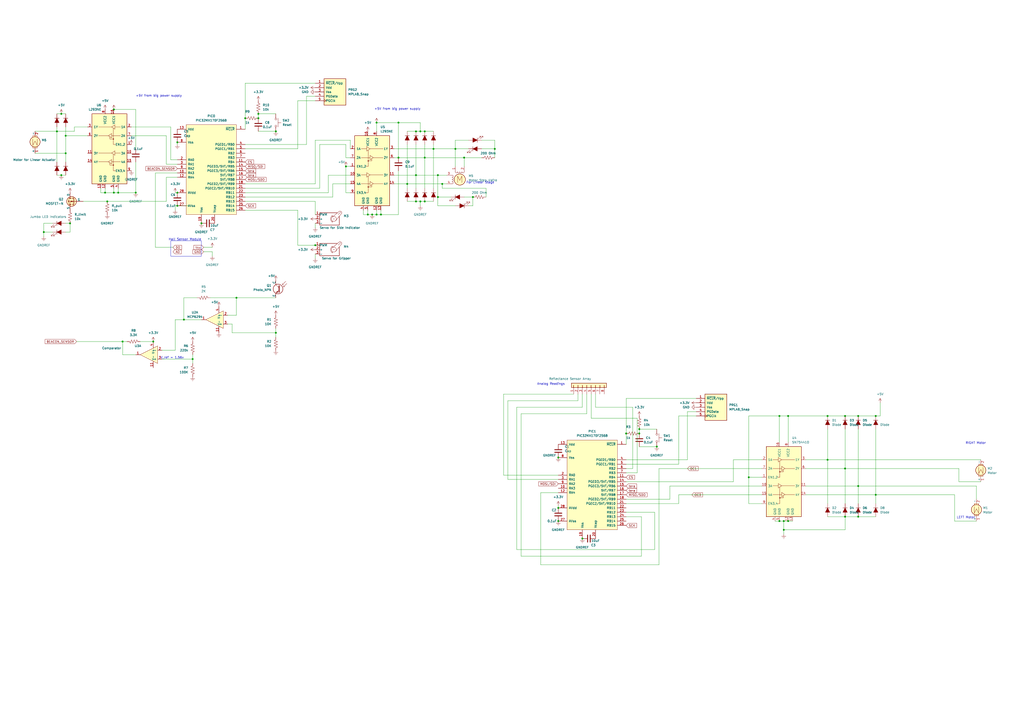
<source format=kicad_sch>
(kicad_sch (version 20230121) (generator eeschema)
  (paper "A2")
  (lib_symbols
    (symbol "ME218_BaseLib:Cap" (pin_numbers hide) (pin_names (offset 0.254))
      (property "Reference" "C" (at 0.635 2.54 0))
      (property "Value" "Cap" (at 0.635 -2.54 0))
      (symbol "Cap_1_1"
        (pin passive line (at 0 3.81 270) (length 2.794) (name "~") (number "1"))
        (pin passive line (at 0 -3.81 90) (length 2.794) (name "~") (number "2"))
      )
    )
    (symbol "ME218_BaseLib:Diode" (pin_numbers hide) (pin_names (offset 1.016) hide)
      (property "Reference" "D" (at 0 2.54 0))
      (property "Value" "Diode" (at 0 -2.54 0))
      (symbol "Diode_1_1"
        (pin passive line (at -3.81 0 0) (length 2.54) (name "K") (number "1"))
        (pin passive line (at 3.81 0 180) (length 2.54) (name "A") (number "2"))
      )
    )
    (symbol "ME218_BaseLib:L293NE" (pin_names (offset 1.016))
      (property "Reference" "U" (at -5.08 26.035 0))
      (property "Value" "L293NE" (at -5.08 24.13 0))
      (symbol "L293NE_1_1"
        (pin input line (at -12.7 5.08 0) (length 2.54) (name "EN1,2") (number "1"))
        (pin input line (at -12.7 0 0) (length 2.54) (name "3A") (number "10"))
        (pin output line (at 12.7 0 180) (length 2.54) (name "3Y") (number "11"))
        (pin power_in line (at 2.54 -20.32 90) (length 2.54) (name "GND") (number "12"))
        (pin power_in line (at 5.08 -20.32 90) (length 2.54) (name "GND") (number "13"))
        (pin output line (at 12.7 -5.08 180) (length 2.54) (name "4Y") (number "14"))
        (pin input line (at -12.7 -5.08 0) (length 2.54) (name "4A") (number "15"))
        (pin power_in line (at -2.54 25.4 270) (length 2.54) (name "VCC1") (number "16"))
        (pin input line (at -12.7 15.24 0) (length 2.54) (name "1A") (number "2"))
        (pin output line (at 12.7 15.24 180) (length 2.54) (name "1Y") (number "3"))
        (pin power_in line (at -5.08 -20.32 90) (length 2.54) (name "GND") (number "4"))
        (pin power_in line (at -2.54 -20.32 90) (length 2.54) (name "GND") (number "5"))
        (pin output line (at 12.7 10.16 180) (length 2.54) (name "2Y") (number "6"))
        (pin input line (at -12.7 10.16 0) (length 2.54) (name "2A") (number "7"))
        (pin power_in line (at 2.54 25.4 270) (length 2.54) (name "VCC2") (number "8"))
        (pin input line (at -12.7 -10.16 0) (length 2.54) (name "EN3,4") (number "9"))
      )
    )
    (symbol "ME218_BaseLib:LED" (pin_numbers hide) (pin_names (offset 1.016) hide)
      (property "Reference" "D" (at 0 2.54 0))
      (property "Value" "LED" (at 0 -2.54 0))
      (symbol "LED_1_1"
        (pin passive line (at -3.81 0 0) (length 2.54) (name "K") (number "1"))
        (pin passive line (at 3.81 0 180) (length 2.54) (name "A") (number "2"))
      )
    )
    (symbol "ME218_BaseLib:MCP6294"
      (property "Reference" "U" (at 1.27 5.08 0))
      (property "Value" "MCP6294" (at 3.81 -5.08 0))
      (symbol "MCP6294_0_1"
        (pin power_in line (at -2.54 -7.62 90) (length 3.81) (name "V-") (number "11"))
        (pin power_in line (at -2.54 7.62 270) (length 3.81) (name "V+") (number "4"))
      )
      (symbol "MCP6294_1_1"
        (pin output line (at 7.62 0 180) (length 2.54) (name "~") (number "1"))
        (pin input line (at -7.62 2.54 0) (length 2.54) (name "-") (number "2"))
        (pin input line (at -7.62 -2.54 0) (length 2.54) (name "+") (number "3"))
      )
      (symbol "MCP6294_2_1"
        (pin input line (at -7.62 -2.54 0) (length 2.54) (name "+") (number "5"))
        (pin input line (at -7.62 2.54 0) (length 2.54) (name "-") (number "6"))
        (pin output line (at 7.62 0 180) (length 2.54) (name "~") (number "7"))
      )
      (symbol "MCP6294_3_1"
        (pin input line (at -7.62 -2.54 0) (length 2.54) (name "+") (number "10"))
        (pin output line (at 7.62 0 180) (length 2.54) (name "~") (number "8"))
        (pin input line (at -7.62 2.54 0) (length 2.54) (name "-") (number "9"))
      )
      (symbol "MCP6294_4_1"
        (pin input line (at -7.62 -2.54 0) (length 2.54) (name "+") (number "12"))
        (pin input line (at -7.62 2.54 0) (length 2.54) (name "-") (number "13"))
        (pin output line (at 7.62 0 180) (length 2.54) (name "~") (number "14"))
      )
    )
    (symbol "ME218_BaseLib:MOSFET-N" (pin_numbers hide) (pin_names (offset 0))
      (property "Reference" "Q" (at 5.08 1.27 0))
      (property "Value" "MOSFET-N" (at 5.08 -1.27 0))
      (symbol "MOSFET-N_1_1"
        (pin passive line (at 2.54 5.08 270) (length 2.54) (name "D") (number "1"))
        (pin input line (at -5.08 0 0) (length 5.08) (name "G") (number "2"))
        (pin passive line (at 2.54 -5.08 90) (length 2.54) (name "S") (number "3"))
      )
    )
    (symbol "ME218_BaseLib:MPLAB_Snap" (pin_names (offset 1.016))
      (property "Reference" "PRG" (at 0 8.89 0))
      (property "Value" "MPLAB_Snap" (at 8.89 1.27 90))
      (symbol "MPLAB_Snap_1_1"
        (pin output line (at -11.43 5.08 0) (length 5.08) (name "~{MCLR}/Vpp") (number "1"))
        (pin input line (at -11.43 2.54 0) (length 5.08) (name "Vdd") (number "2"))
        (pin input line (at -11.43 0 0) (length 5.08) (name "Vss") (number "3"))
        (pin bidirectional line (at -11.43 -2.54 0) (length 5.08) (name "PGData") (number "4"))
        (pin output clock (at -11.43 -5.08 0) (length 5.08) (name "PGClk") (number "5"))
        (pin no_connect line (at -2.54 -11.43 0) (length 5.08) hide (name "NC") (number "6"))
        (pin no_connect line (at -2.54 -13.97 0) (length 5.08) hide (name "NC") (number "7"))
        (pin no_connect line (at -2.54 -16.51 0) (length 5.08) hide (name "NC") (number "8"))
      )
    )
    (symbol "ME218_BaseLib:Molex8" (pin_names (offset 1.016) hide)
      (property "Reference" "J" (at 0 10.16 0))
      (property "Value" "Molex8" (at 0 -12.7 0))
      (symbol "Molex8_1_1"
        (pin passive line (at -5.08 7.62 0) (length 3.81) (name "Pin_1") (number "1"))
        (pin passive line (at -5.08 5.08 0) (length 3.81) (name "Pin_2") (number "2"))
        (pin passive line (at -5.08 2.54 0) (length 3.81) (name "Pin_3") (number "3"))
        (pin passive line (at -5.08 0 0) (length 3.81) (name "Pin_4") (number "4"))
        (pin passive line (at -5.08 -2.54 0) (length 3.81) (name "Pin_5") (number "5"))
        (pin passive line (at -5.08 -5.08 0) (length 3.81) (name "Pin_6") (number "6"))
        (pin passive line (at -5.08 -7.62 0) (length 3.81) (name "Pin_7") (number "7"))
        (pin passive line (at -5.08 -10.16 0) (length 3.81) (name "Pin_8") (number "8"))
      )
    )
    (symbol "ME218_BaseLib:Motor" (pin_names (offset 0))
      (property "Reference" "M" (at 2.54 2.54 0))
      (property "Value" "Motor" (at 2.54 -5.08 0))
      (symbol "Motor_1_1"
        (pin passive line (at 0 5.08 270) (length 2.54) (name "+") (number "1"))
        (pin passive line (at 0 -7.62 90) (length 2.54) (name "-") (number "2"))
      )
    )
    (symbol "ME218_BaseLib:Motor_Servo" (pin_names (offset 0.0254))
      (property "Reference" "M" (at -5.08 4.445 0))
      (property "Value" "Motor_Servo" (at -5.08 -4.064 0))
      (symbol "Motor_Servo_1_1"
        (pin passive line (at -7.62 2.54 0) (length 2.54) (name "PWM") (number "1"))
        (pin passive line (at -7.62 0 0) (length 2.54) (name "+") (number "2"))
        (pin passive line (at -7.62 -2.54 0) (length 2.54) (name "-") (number "3"))
      )
    )
    (symbol "ME218_BaseLib:Motor_Step_4Wire" (pin_names (offset 0) hide)
      (property "Reference" "M" (at 3.81 2.54 0))
      (property "Value" "Motor_Step_4Wire" (at 3.81 1.27 0))
      (symbol "Motor_Step_4Wire_1_1"
        (pin passive line (at -2.54 7.62 270) (length 2.54) (name "~") (number "1"))
        (pin passive line (at 2.54 7.62 270) (length 2.54) (name "-") (number "2"))
        (pin passive line (at -7.62 2.54 0) (length 2.54) (name "~") (number "3"))
        (pin passive line (at -7.62 -2.54 0) (length 2.54) (name "~") (number "4"))
      )
    )
    (symbol "ME218_BaseLib:PIC32MX170F256B" (pin_names (offset 1.016))
      (property "Reference" "U" (at -20.32 25.4 0))
      (property "Value" "PIC32MX170F256B" (at -7.62 25.4 0))
      (symbol "PIC32MX170F256B_1_1"
        (pin input line (at 12.7 21.59 180) (length 5.08) (name "~{MCLR}") (number "1"))
        (pin bidirectional line (at -26.67 -3.81 0) (length 5.08) (name "RA3") (number "10"))
        (pin bidirectional line (at 12.7 2.54 180) (length 5.08) (name "RB4") (number "11"))
        (pin bidirectional line (at -26.67 -6.35 0) (length 5.08) (name "RA4") (number "12"))
        (pin power_in line (at -26.67 21.59 0) (length 5.08) (name "Vdd") (number "13"))
        (pin bidirectional line (at 12.7 0 180) (length 5.08) (name "PGED3/5VT/RB5") (number "14"))
        (pin bidirectional line (at 12.7 -2.54 180) (length 5.08) (name "PGEC3/5VT/RB6") (number "15"))
        (pin bidirectional line (at 12.7 -5.08 180) (length 5.08) (name "5VT/RB7") (number "16"))
        (pin bidirectional line (at 12.7 -7.62 180) (length 5.08) (name "5VT/RB8") (number "17"))
        (pin bidirectional line (at 12.7 -10.16 180) (length 5.08) (name "PGED2/5VT/RB9") (number "18"))
        (pin power_in line (at -12.7 -33.02 90) (length 5.08) (name "Vss") (number "19"))
        (pin bidirectional line (at -26.67 3.81 0) (length 5.08) (name "RA0") (number "2"))
        (pin input line (at -5.08 -33.02 90) (length 5.08) (name "Vcap") (number "20"))
        (pin bidirectional line (at 12.7 -12.7 180) (length 5.08) (name "PGEC2/5VT/RB10") (number "21"))
        (pin bidirectional line (at 12.7 -15.24 180) (length 5.08) (name "RB11") (number "22"))
        (pin bidirectional line (at 12.7 -17.78 180) (length 5.08) (name "RB12") (number "23"))
        (pin bidirectional line (at 12.7 -20.32 180) (length 5.08) (name "RB13") (number "24"))
        (pin bidirectional line (at 12.7 -22.86 180) (length 5.08) (name "RB14") (number "25"))
        (pin bidirectional line (at 12.7 -25.4 180) (length 5.08) (name "RB15") (number "26"))
        (pin power_in line (at -26.67 -22.86 0) (length 5.08) (name "AVss") (number "27"))
        (pin power_in line (at -26.67 -15.24 0) (length 5.08) (name "AVdd") (number "28"))
        (pin bidirectional line (at -26.67 1.27 0) (length 5.08) (name "RA1") (number "3"))
        (pin bidirectional line (at 12.7 12.7 180) (length 5.08) (name "PGED1/RB0") (number "4"))
        (pin bidirectional line (at 12.7 10.16 180) (length 5.08) (name "PGEC1/RB1") (number "5"))
        (pin bidirectional line (at 12.7 7.62 180) (length 5.08) (name "RB2") (number "6"))
        (pin bidirectional line (at 12.7 5.08 180) (length 5.08) (name "RB3") (number "7"))
        (pin power_in line (at -26.67 13.97 0) (length 5.08) (name "Vss") (number "8"))
        (pin bidirectional line (at -26.67 -1.27 0) (length 5.08) (name "RA2") (number "9"))
      )
    )
    (symbol "ME218_BaseLib:Photo_NPN" (pin_numbers hide) (pin_names (offset 0))
      (property "Reference" "Q" (at 5.08 1.27 0))
      (property "Value" "Photo_NPN" (at 5.08 -1.27 0))
      (symbol "Photo_NPN_1_1"
        (pin passive line (at 2.54 5.08 270) (length 2.54) (name "C") (number "1"))
        (pin passive line (at 2.54 -5.08 90) (length 2.54) (name "E") (number "2"))
      )
    )
    (symbol "ME218_BaseLib:Res1" (pin_numbers hide) (pin_names (offset 0))
      (property "Reference" "R" (at 2.54 0 90))
      (property "Value" "Res1" (at -2.54 0 90))
      (symbol "Res1_1_1"
        (pin passive line (at 0 3.81 270) (length 1.27) (name "~") (number "1"))
        (pin passive line (at 0 -3.81 90) (length 1.27) (name "~") (number "2"))
      )
    )
    (symbol "ME218_BaseLib:SW_Push" (pin_numbers hide) (pin_names (offset 1.016) hide)
      (property "Reference" "SW" (at 1.27 2.54 0))
      (property "Value" "SW_Push" (at 0 -1.524 0))
      (symbol "SW_Push_0_1"
        (pin passive line (at -5.08 0 0) (length 2.54) (name "1") (number "1"))
        (pin passive line (at 5.08 0 180) (length 2.54) (name "2") (number "2"))
      )
    )
    (symbol "Res1_1" (pin_numbers hide) (pin_names (offset 0))
      (property "Reference" "R" (at 2.54 0 90))
      (property "Value" "Res1" (at -2.54 0 90))
      (symbol "Res1_1_1_1"
        (pin passive line (at 0 3.81 270) (length 1.27) (name "~") (number "1"))
        (pin passive line (at 0 -3.81 90) (length 1.27) (name "~") (number "2"))
      )
    )
    (symbol "Res1_2" (pin_numbers hide) (pin_names (offset 0))
      (property "Reference" "R" (at 2.54 0 90))
      (property "Value" "Res1" (at -2.54 0 90))
      (symbol "Res1_2_1_1"
        (pin passive line (at 0 3.81 270) (length 1.27) (name "~") (number "1"))
        (pin passive line (at 0 -3.81 90) (length 1.27) (name "~") (number "2"))
      )
    )
    (symbol "Res1_3" (pin_numbers hide) (pin_names (offset 0))
      (property "Reference" "R" (at 2.54 0 90))
      (property "Value" "Res1" (at -2.54 0 90))
      (symbol "Res1_3_1_1"
        (pin passive line (at 0 3.81 270) (length 1.27) (name "~") (number "1"))
        (pin passive line (at 0 -3.81 90) (length 1.27) (name "~") (number "2"))
      )
    )
    (symbol "Res1_4" (pin_numbers hide) (pin_names (offset 0))
      (property "Reference" "R" (at 2.54 0 90))
      (property "Value" "Res1" (at -2.54 0 90))
      (symbol "Res1_4_1_1"
        (pin passive line (at 0 3.81 270) (length 1.27) (name "~") (number "1"))
        (pin passive line (at 0 -3.81 90) (length 1.27) (name "~") (number "2"))
      )
    )
    (symbol "power:+3.3V" (power) (pin_names (offset 0))
      (property "Value" "+3.3V" (at 0 3.556 0))
      (symbol "+3.3V_1_1"
        (pin power_in line (at 0 0 90) (length 0) hide (name "+3.3V") (number "1"))
      )
    )
    (symbol "power:+5V" (power) (pin_names (offset 0))
      (property "Value" "+5V" (at 0 3.556 0))
      (symbol "+5V_1_1"
        (pin power_in line (at 0 0 90) (length 0) hide (name "+5V") (number "1"))
      )
    )
    (symbol "power:+6V" (power) (pin_names (offset 0))
      (property "Value" "+6V" (at 0 3.556 0))
      (symbol "+6V_1_1"
        (pin power_in line (at 0 0 90) (length 0) hide (name "+6V") (number "1"))
      )
    )
    (symbol "power:Earth" (power) (pin_names (offset 0))
      (symbol "Earth_1_1"
        (pin power_in line (at 0 0 270) (length 0) hide (name "Earth") (number "1"))
      )
    )
    (symbol "power:GND" (power) (pin_names (offset 0))
      (property "Value" "GND" (at 0 -3.81 0))
      (symbol "GND_1_1"
        (pin power_in line (at 0 0 270) (length 0) hide (name "GND") (number "1"))
      )
    )
    (symbol "power:GNDREF" (power) (pin_names (offset 0))
      (property "Value" "GNDREF" (at 0 -3.81 0))
      (symbol "GNDREF_1_1"
        (pin power_in line (at 0 0 270) (length 0) hide (name "GNDREF") (number "1"))
      )
    )
  )
  (junction (at 254 101.6))
  (junction (at 323.85 294.64))
  (junction (at 480.06 241.3))
  (junction (at 142.24 68.58))
  (junction (at 38.1 88.9))
  (junction (at 241.3 101.6))
  (junction (at 264.16 86.36))
  (junction (at 102.87 82.55))
  (junction (at 182.88 142.24))
  (junction (at 220.98 124.46))
  (junction (at 68.58 111.76))
  (junction (at 78.74 111.76))
  (junction (at 71.12 198.12))
  (junction (at 452.12 241.3))
  (junction (at 218.44 71.12))
  (junction (at 35.56 101.6))
  (junction (at 66.04 63.5))
  (junction (at 454.66 307.34))
  (junction (at 243.84 116.84))
  (junction (at 215.9 124.46))
  (junction (at 363.22 251.46))
  (junction (at 236.22 106.68))
  (junction (at 434.34 276.86))
  (junction (at 246.38 91.44))
  (junction (at 457.2 302.26))
  (junction (at 254 114.3))
  (junction (at 490.22 241.3))
  (junction (at 508 241.3))
  (junction (at 323.85 302.26))
  (junction (at 323.85 265.43))
  (junction (at 149.86 66.04))
  (junction (at 160.02 76.2))
  (junction (at 231.14 91.44))
  (junction (at 287.02 86.36))
  (junction (at 160.02 193.04))
  (junction (at 102.87 119.38))
  (junction (at 246.38 116.84))
  (junction (at 60.96 111.76))
  (junction (at 116.84 129.54))
  (junction (at 490.22 299.72))
  (junction (at 497.84 241.3))
  (junction (at 251.46 86.36))
  (junction (at 274.32 114.3))
  (junction (at 149.86 68.58))
  (junction (at 218.44 124.46))
  (junction (at 381 259.08))
  (junction (at 111.76 208.28))
  (junction (at 337.82 312.42))
  (junction (at 33.02 76.2))
  (junction (at 213.36 124.46))
  (junction (at 200.66 96.52))
  (junction (at 452.12 302.26))
  (junction (at 88.9 198.12))
  (junction (at 241.3 116.84))
  (junction (at 40.64 129.54))
  (junction (at 66.04 111.76))
  (junction (at 497.84 281.94))
  (junction (at 241.3 76.2))
  (junction (at 256.54 106.68))
  (junction (at 231.14 71.12))
  (junction (at 25.4 134.62))
  (junction (at 457.2 241.3))
  (junction (at 38.1 78.74))
  (junction (at 454.66 302.26))
  (junction (at 370.84 248.92))
  (junction (at 62.23 116.84))
  (junction (at 246.38 76.2))
  (junction (at 243.84 76.2))
  (junction (at 269.24 91.44))
  (junction (at 106.68 185.42))
  (junction (at 102.87 111.76))
  (junction (at 35.56 66.04))
  (junction (at 508 287.02))
  (junction (at 137.16 172.72))
  (junction (at 370.84 251.46))
  (junction (at 497.84 299.72))
  (junction (at 490.22 271.78))
  (junction (at 480.06 266.7))
  (wire (pts (xy 457.2 241.3) (xy 480.06 241.3)))
  (wire (pts (xy 369.57 242.57) (xy 369.57 274.32)))
  (wire (pts (xy 35.56 66.04) (xy 38.1 66.04)))
  (wire (pts (xy 299.72 318.77) (xy 379.73 318.77)))
  (wire (pts (xy 370.84 248.92) (xy 381 248.92)))
  (wire (pts (xy 370.84 251.46) (xy 370.84 248.92)))
  (wire (pts (xy 35.56 101.6) (xy 38.1 101.6)))
  (wire (pts (xy 454.66 307.34) (xy 454.66 309.88)))
  (wire (pts (xy 101.6 111.76) (xy 102.87 111.76)))
  (wire (pts (xy 60.96 111.76) (xy 66.04 111.76)))
  (wire (pts (xy 142.24 68.58) (xy 142.24 74.93)))
  (wire (pts (xy 264.16 81.28) (xy 264.16 86.36)))
  (wire (pts (xy 38.1 78.74) (xy 50.8 78.74)))
  (wire (pts (xy 441.96 287.02) (xy 393.7 287.02)))
  (wire (pts (xy 33.02 101.6) (xy 35.56 101.6)))
  (wire (pts (xy 137.16 172.72) (xy 121.92 172.72)))
  (wire (pts (xy 264.16 119.38) (xy 254 119.38)))
  (wire (pts (xy 287.02 81.28) (xy 287.02 86.36)))
  (wire (pts (xy 43.18 73.66) (xy 50.8 73.66)))
  (wire (pts (xy 218.44 71.12) (xy 218.44 76.2)))
  (wire (pts (xy 228.6 101.6) (xy 241.3 101.6)))
  (wire (pts (xy 345.44 228.6) (xy 345.44 236.22)))
  (wire (pts (xy 497.84 299.72) (xy 508 299.72)))
  (wire (pts (xy 106.68 172.72) (xy 106.68 185.42)))
  (wire (pts (xy 33.02 93.98) (xy 33.02 76.2)))
  (wire (pts (xy 256.54 106.68) (xy 259.08 106.68)))
  (wire (pts (xy 111.76 208.28) (xy 93.98 208.28)))
  (wire (pts (xy 261.62 114.3) (xy 254 114.3)))
  (wire (pts (xy 20.32 88.9) (xy 38.1 88.9)))
  (wire (pts (xy 218.44 121.92) (xy 218.44 124.46)))
  (wire (pts (xy 78.74 63.5) (xy 66.04 63.5)))
  (wire (pts (xy 243.84 116.84) (xy 243.84 119.38)))
  (wire (pts (xy 363.22 231.14) (xy 403.86 231.14)))
  (wire (pts (xy 269.24 91.44) (xy 269.24 96.52)))
  (wire (pts (xy 25.4 137.16) (xy 25.4 134.62)))
  (wire (pts (xy 142.24 48.26) (xy 182.88 48.26)))
  (wire (pts (xy 78.74 93.98) (xy 78.74 111.76)))
  (wire (pts (xy 142.24 106.68) (xy 182.88 106.68)))
  (wire (pts (xy 497.84 281.94) (xy 566.42 281.94)))
  (wire (pts (xy 90.17 100.33) (xy 90.17 143.51)))
  (wire (pts (xy 101.6 203.2) (xy 101.6 185.42)))
  (wire (pts (xy 68.58 111.76) (xy 66.04 111.76)))
  (wire (pts (xy 185.42 83.82) (xy 200.66 83.82)))
  (wire (pts (xy 388.62 289.56) (xy 363.22 289.56)))
  (wire (pts (xy 363.22 266.7) (xy 398.78 266.7)))
  (wire (pts (xy 467.36 287.02) (xy 508 287.02)))
  (wire (pts (xy 382.27 271.78) (xy 382.27 327.66)))
  (wire (pts (xy 172.72 58.42) (xy 172.72 86.36)))
  (wire (pts (xy 228.6 106.68) (xy 236.22 106.68)))
  (wire (pts (xy 490.22 271.78) (xy 556.26 271.78)))
  (wire (pts (xy 220.98 121.92) (xy 220.98 124.46)))
  (wire (pts (xy 213.36 124.46) (xy 215.9 124.46)))
  (wire (pts (xy 182.88 129.54) (xy 182.88 132.08)))
  (wire (pts (xy 241.3 83.82) (xy 241.3 101.6)))
  (wire (pts (xy 228.6 91.44) (xy 231.14 91.44)))
  (wire (pts (xy 48.26 116.84) (xy 62.23 116.84)))
  (wire (pts (xy 457.2 302.26) (xy 459.74 302.26)))
  (wire (pts (xy 172.72 121.92) (xy 172.72 142.24)))
  (wire (pts (xy 160.02 190.5) (xy 160.02 193.04)))
  (wire (pts (xy 271.78 81.28) (xy 264.16 81.28)))
  (wire (pts (xy 254 119.38) (xy 254 114.3)))
  (wire (pts (xy 200.66 83.82) (xy 200.66 91.44)))
  (wire (pts (xy 379.73 297.18) (xy 363.22 297.18)))
  (wire (pts (xy 372.11 322.58) (xy 372.11 299.72)))
  (wire (pts (xy 294.64 232.41) (xy 294.64 278.13)))
  (wire (pts (xy 134.62 193.04) (xy 160.02 193.04)))
  (wire (pts (xy 213.36 121.92) (xy 213.36 124.46)))
  (wire (pts (xy 60.96 109.22) (xy 60.96 111.76)))
  (wire (pts (xy 38.1 73.66) (xy 38.1 78.74)))
  (wire (pts (xy 210.82 124.46) (xy 213.36 124.46)))
  (wire (pts (xy 38.1 134.62) (xy 40.64 134.62)))
  (wire (pts (xy 102.87 119.38) (xy 109.22 119.38)))
  (wire (pts (xy 43.18 76.2) (xy 43.18 73.66)))
  (wire (pts (xy 203.2 101.6) (xy 190.5 101.6)))
  (wire (pts (xy 185.42 142.24) (xy 182.88 142.24)))
  (wire (pts (xy 58.42 111.76) (xy 60.96 111.76)))
  (wire (pts (xy 254 101.6) (xy 259.08 101.6)))
  (wire (pts (xy 137.16 182.88) (xy 137.16 172.72)))
  (wire (pts (xy 101.6 119.38) (xy 102.87 119.38)))
  (wire (pts (xy 40.64 134.62) (xy 40.64 129.54)))
  (wire (pts (xy 185.42 109.22) (xy 185.42 83.82)))
  (wire (pts (xy 102.87 102.87) (xy 96.52 102.87)))
  (wire (pts (xy 210.82 121.92) (xy 210.82 124.46)))
  (wire (pts (xy 203.2 81.28) (xy 203.2 86.36)))
  (wire (pts (xy 111.76 205.74) (xy 111.76 208.28)))
  (wire (pts (xy 441.96 292.1) (xy 434.34 292.1)))
  (wire (pts (xy 78.74 205.74) (xy 71.12 205.74)))
  (wire (pts (xy 203.2 106.68) (xy 193.04 106.68)))
  (wire (pts (xy 279.4 81.28) (xy 287.02 81.28)))
  (wire (pts (xy 566.42 281.94) (xy 566.42 289.56)))
  (wire (pts (xy 398.78 266.7) (xy 398.78 238.76)))
  (wire (pts (xy 497.84 241.3) (xy 508 241.3)))
  (wire (pts (xy 142.24 114.3) (xy 193.04 114.3)))
  (wire (pts (xy 142.24 86.36) (xy 172.72 86.36)))
  (wire (pts (xy 99.06 73.66) (xy 99.06 92.71)))
  (wire (pts (xy 76.2 73.66) (xy 99.06 73.66)))
  (wire (pts (xy 340.36 228.6) (xy 340.36 240.03)))
  (wire (pts (xy 243.84 71.12) (xy 231.14 71.12)))
  (wire (pts (xy 236.22 106.68) (xy 236.22 109.22)))
  (wire (pts (xy 116.84 185.42) (xy 106.68 185.42)))
  (wire (pts (xy 90.17 143.51) (xy 100.33 143.51)))
  (wire (pts (xy 345.44 236.22) (xy 367.03 236.22)))
  (wire (pts (xy 96.52 116.84) (xy 62.23 116.84)))
  (wire (pts (xy 425.45 279.4) (xy 425.45 266.7)))
  (wire (pts (xy 25.4 129.54) (xy 30.48 129.54)))
  (wire (pts (xy 76.2 78.74) (xy 96.52 78.74)))
  (wire (pts (xy 452.12 302.26) (xy 454.66 302.26)))
  (wire (pts (xy 38.1 88.9) (xy 38.1 78.74)))
  (wire (pts (xy 510.54 233.68) (xy 510.54 241.3)))
  (wire (pts (xy 393.7 292.1) (xy 363.22 292.1)))
  (wire (pts (xy 441.96 276.86) (xy 434.34 276.86)))
  (wire (pts (xy 111.76 208.28) (xy 111.76 210.82)))
  (wire (pts (xy 236.22 116.84) (xy 241.3 116.84)))
  (wire (pts (xy 342.9 242.57) (xy 369.57 242.57)))
  (wire (pts (xy 279.4 86.36) (xy 287.02 86.36)))
  (wire (pts (xy 313.69 285.75) (xy 323.85 285.75)))
  (wire (pts (xy 274.32 119.38) (xy 274.32 114.3)))
  (wire (pts (xy 58.42 109.22) (xy 58.42 111.76)))
  (wire (pts (xy 379.73 297.18) (xy 379.73 318.77)))
  (wire (pts (xy 393.7 241.3) (xy 393.7 269.24)))
  (wire (pts (xy 393.7 269.24) (xy 363.22 269.24)))
  (wire (pts (xy 434.34 241.3) (xy 452.12 241.3)))
  (wire (pts (xy 369.57 274.32) (xy 363.22 274.32)))
  (wire (pts (xy 231.14 91.44) (xy 246.38 91.44)))
  (wire (pts (xy 372.11 299.72) (xy 363.22 299.72)))
  (wire (pts (xy 172.72 142.24) (xy 182.88 142.24)))
  (wire (pts (xy 33.02 73.66) (xy 33.02 76.2)))
  (wire (pts (xy 182.88 106.68) (xy 182.88 81.28)))
  (wire (pts (xy 302.26 240.03) (xy 302.26 322.58)))
  (wire (pts (xy 497.84 248.92) (xy 497.84 281.94)))
  (wire (pts (xy 480.06 241.3) (xy 490.22 241.3)))
  (wire (pts (xy 292.1 275.59) (xy 323.85 275.59)))
  (wire (pts (xy 33.02 66.04) (xy 35.56 66.04)))
  (wire (pts (xy 454.66 302.26) (xy 457.2 302.26)))
  (wire (pts (xy 160.02 76.2) (xy 149.86 76.2)))
  (wire (pts (xy 363.22 251.46) (xy 363.22 231.14)))
  (wire (pts (xy 231.14 99.06) (xy 231.14 124.46)))
  (wire (pts (xy 71.12 198.12) (xy 71.12 205.74)))
  (wire (pts (xy 218.44 124.46) (xy 215.9 124.46)))
  (wire (pts (xy 363.22 251.46) (xy 363.22 257.81)))
  (wire (pts (xy 490.22 248.92) (xy 490.22 271.78)))
  (wire (pts (xy 190.5 111.76) (xy 142.24 111.76)))
  (wire (pts (xy 123.19 146.05) (xy 123.19 148.59)))
  (wire (pts (xy 556.26 279.4) (xy 568.96 279.4)))
  (wire (pts (xy 434.34 241.3) (xy 434.34 276.86)))
  (wire (pts (xy 38.1 88.9) (xy 38.1 93.98)))
  (wire (pts (xy 101.6 121.92) (xy 101.6 119.38)))
  (wire (pts (xy 251.46 83.82) (xy 251.46 86.36)))
  (wire (pts (xy 381 259.08) (xy 370.84 259.08)))
  (wire (pts (xy 241.3 76.2) (xy 243.84 76.2)))
  (wire (pts (xy 256.54 109.22) (xy 281.94 109.22)))
  (wire (pts (xy 367.03 236.22) (xy 367.03 271.78)))
  (wire (pts (xy 118.11 143.51) (xy 123.19 143.51)))
  (wire (pts (xy 398.78 238.76) (xy 403.86 238.76)))
  (wire (pts (xy 246.38 91.44) (xy 269.24 91.44)))
  (wire (pts (xy 294.64 278.13) (xy 323.85 278.13)))
  (wire (pts (xy 449.58 302.26) (xy 452.12 302.26)))
  (wire (pts (xy 337.82 228.6) (xy 337.82 236.22)))
  (wire (pts (xy 93.98 203.2) (xy 101.6 203.2)))
  (wire (pts (xy 236.22 76.2) (xy 241.3 76.2)))
  (wire (pts (xy 236.22 83.82) (xy 236.22 106.68)))
  (wire (pts (xy 457.2 241.3) (xy 457.2 256.54)))
  (wire (pts (xy 20.32 76.2) (xy 33.02 76.2)))
  (wire (pts (xy 256.54 109.22) (xy 256.54 106.68)))
  (wire (pts (xy 251.46 86.36) (xy 251.46 109.22)))
  (wire (pts (xy 393.7 287.02) (xy 393.7 292.1)))
  (wire (pts (xy 313.69 327.66) (xy 313.69 285.75)))
  (wire (pts (xy 243.84 116.84) (xy 246.38 116.84)))
  (wire (pts (xy 382.27 271.78) (xy 441.96 271.78)))
  (wire (pts (xy 246.38 83.82) (xy 246.38 91.44)))
  (wire (pts (xy 142.24 68.58) (xy 142.24 48.26)))
  (wire (pts (xy 508 287.02) (xy 553.72 287.02)))
  (wire (pts (xy 241.3 101.6) (xy 241.3 109.22)))
  (wire (pts (xy 241.3 116.84) (xy 243.84 116.84)))
  (wire (pts (xy 363.22 271.78) (xy 367.03 271.78)))
  (wire (pts (xy 497.84 281.94) (xy 497.84 292.1)))
  (wire (pts (xy 269.24 114.3) (xy 274.32 114.3)))
  (wire (pts (xy 441.96 281.94) (xy 388.62 281.94)))
  (wire (pts (xy 118.11 146.05) (xy 123.19 146.05)))
  (wire (pts (xy 337.82 236.22) (xy 299.72 236.22)))
  (wire (pts (xy 68.58 109.22) (xy 68.58 111.76)))
  (wire (pts (xy 508 248.92) (xy 508 287.02)))
  (wire (pts (xy 241.3 101.6) (xy 254 101.6)))
  (wire (pts (xy 66.04 109.22) (xy 66.04 111.76)))
  (wire (pts (xy 203.2 111.76) (xy 200.66 111.76)))
  (wire (pts (xy 102.87 92.71) (xy 99.06 92.71)))
  (wire (pts (xy 452.12 241.3) (xy 457.2 241.3)))
  (wire (pts (xy 490.22 307.34) (xy 454.66 307.34)))
  (wire (pts (xy 102.87 82.55) (xy 102.87 83.82)))
  (wire (pts (xy 490.22 299.72) (xy 497.84 299.72)))
  (wire (pts (xy 467.36 271.78) (xy 490.22 271.78)))
  (wire (pts (xy 200.66 91.44) (xy 203.2 91.44)))
  (wire (pts (xy 254 114.3) (xy 254 101.6)))
  (wire (pts (xy 25.4 134.62) (xy 30.48 134.62)))
  (wire (pts (xy 246.38 76.2) (xy 251.46 76.2)))
  (wire (pts (xy 102.87 100.33) (xy 90.17 100.33)))
  (wire (pts (xy 134.62 187.96) (xy 132.08 187.96)))
  (wire (pts (xy 480.06 266.7) (xy 480.06 292.1)))
  (wire (pts (xy 508 287.02) (xy 508 292.1)))
  (wire (pts (xy 302.26 322.58) (xy 372.11 322.58)))
  (wire (pts (xy 332.74 228.6) (xy 292.1 228.6)))
  (wire (pts (xy 271.78 119.38) (xy 274.32 119.38)))
  (wire (pts (xy 71.12 198.12) (xy 73.66 198.12)))
  (wire (pts (xy 264.16 86.36) (xy 271.78 86.36)))
  (wire (pts (xy 200.66 96.52) (xy 203.2 96.52)))
  (wire (pts (xy 114.3 172.72) (xy 106.68 172.72)))
  (wire (pts (xy 340.36 240.03) (xy 302.26 240.03)))
  (wire (pts (xy 88.9 198.12) (xy 81.28 198.12)))
  (wire (pts (xy 236.22 106.68) (xy 256.54 106.68)))
  (wire (pts (xy 160.02 193.04) (xy 160.02 195.58)))
  (wire (pts (xy 264.16 86.36) (xy 264.16 96.52)))
  (wire (pts (xy 342.9 228.6) (xy 342.9 242.57)))
  (wire (pts (xy 177.8 55.88) (xy 182.88 55.88)))
  (wire (pts (xy 454.66 302.26) (xy 454.66 307.34)))
  (wire (pts (xy 382.27 327.66) (xy 313.69 327.66)))
  (wire (pts (xy 96.52 78.74) (xy 96.52 95.25)))
  (wire (pts (xy 279.4 91.44) (xy 269.24 91.44)))
  (wire (pts (xy 335.28 228.6) (xy 335.28 232.41)))
  (wire (pts (xy 142.24 121.92) (xy 172.72 121.92)))
  (wire (pts (xy 299.72 236.22) (xy 299.72 318.77)))
  (wire (pts (xy 182.88 58.42) (xy 172.72 58.42)))
  (wire (pts (xy 553.72 287.02) (xy 553.72 302.26)))
  (wire (pts (xy 403.86 241.3) (xy 393.7 241.3)))
  (wire (pts (xy 467.36 281.94) (xy 497.84 281.94)))
  (wire (pts (xy 246.38 91.44) (xy 246.38 109.22)))
  (wire (pts (xy 182.88 116.84) (xy 182.88 124.46)))
  (wire (pts (xy 243.84 76.2) (xy 243.84 71.12)))
  (wire (pts (xy 142.24 109.22) (xy 185.42 109.22)))
  (wire (pts (xy 149.86 66.04) (xy 160.02 66.04)))
  (wire (pts (xy 490.22 271.78) (xy 490.22 292.1)))
  (wire (pts (xy 480.06 248.92) (xy 480.06 266.7)))
  (wire (pts (xy 96.52 102.87) (xy 96.52 116.84)))
  (wire (pts (xy 134.62 187.96) (xy 134.62 193.04)))
  (wire (pts (xy 142.24 83.82) (xy 177.8 83.82)))
  (wire (pts (xy 25.4 134.62) (xy 25.4 129.54)))
  (wire (pts (xy 287.02 86.36) (xy 287.02 91.44)))
  (wire (pts (xy 231.14 71.12) (xy 231.14 91.44)))
  (wire (pts (xy 363.22 279.4) (xy 425.45 279.4)))
  (wire (pts (xy 142.24 116.84) (xy 182.88 116.84)))
  (wire (pts (xy 182.88 81.28) (xy 203.2 81.28)))
  (wire (pts (xy 246.38 116.84) (xy 251.46 116.84)))
  (wire (pts (xy 480.06 299.72) (xy 490.22 299.72)))
  (wire (pts (xy 160.02 172.72) (xy 137.16 172.72)))
  (wire (pts (xy 281.94 109.22) (xy 281.94 114.3)))
  (wire (pts (xy 193.04 106.68) (xy 193.04 114.3)))
  (wire (pts (xy 452.12 256.54) (xy 452.12 241.3)))
  (wire (pts (xy 335.28 232.41) (xy 294.64 232.41)))
  (wire (pts (xy 323.85 294.64) (xy 323.85 293.37)))
  (wire (pts (xy 231.14 124.46) (xy 220.98 124.46)))
  (wire (pts (xy 200.66 111.76) (xy 200.66 96.52)))
  (wire (pts (xy 149.86 68.58) (xy 149.86 66.04)))
  (wire (pts (xy 251.46 86.36) (xy 264.16 86.36)))
  (wire (pts (xy 182.88 147.32) (xy 182.88 149.86)))
  (wire (pts (xy 38.1 129.54) (xy 40.64 129.54)))
  (wire (pts (xy 508 241.3) (xy 510.54 241.3)))
  (wire (pts (xy 78.74 86.36) (xy 78.74 63.5)))
  (wire (pts (xy 292.1 228.6) (xy 292.1 275.59)))
  (wire (pts (xy 220.98 124.46) (xy 218.44 124.46)))
  (wire (pts (xy 434.34 276.86) (xy 434.34 292.1)))
  (wire (pts (xy 228.6 86.36) (xy 251.46 86.36)))
  (wire (pts (xy 78.74 111.76) (xy 68.58 111.76)))
  (wire (pts (xy 490.22 241.3) (xy 497.84 241.3)))
  (wire (pts (xy 177.8 83.82) (xy 177.8 55.88)))
  (wire (pts (xy 243.84 76.2) (xy 246.38 76.2)))
  (wire (pts (xy 101.6 185.42) (xy 106.68 185.42)))
  (wire (pts (xy 33.02 76.2) (xy 43.18 76.2)))
  (wire (pts (xy 388.62 281.94) (xy 388.62 289.56)))
  (wire (pts (xy 556.26 271.78) (xy 556.26 279.4)))
  (wire (pts (xy 480.06 266.7) (xy 568.96 266.7)))
  (wire (pts (xy 425.45 266.7) (xy 441.96 266.7)))
  (wire (pts (xy 102.87 95.25) (xy 96.52 95.25)))
  (wire (pts (xy 553.72 302.26) (xy 566.42 302.26)))
  (wire (pts (xy 132.08 182.88) (xy 137.16 182.88)))
  (wire (pts (xy 231.14 71.12) (xy 218.44 71.12)))
  (wire (pts (xy 467.36 266.7) (xy 480.06 266.7)))
  (wire (pts (xy 190.5 101.6) (xy 190.5 111.76)))
  (wire (pts (xy 490.22 299.72) (xy 490.22 307.34)))
  (wire (pts (xy 44.45 198.12) (xy 71.12 198.12)))
  (rectangle (start 99.06 139.7) (end 116.84 148.59))
  (text "LEFT Motor" (at 554.99 300.99 0) (effects (font (size 1.27 1.27)) (justify left bottom)))
  (text "RIGHT Motor" (at 560.07 257.81 0) (effects (font (size 1.27 1.27)) (justify left bottom)))
  (text "Analog Readings\n" (at 327.66 223.52 0) (effects (font (size 1.27 1.27)) (justify right bottom)))
  (text "For Linear Stage\n" (at 270.51 106.68 0) (effects (font (size 1.27 1.27)) (justify left bottom)))
  (text "+5V from big power supply\n\n" (at 78.74 58.42 0) (effects (font (size 1.27 1.27)) (justify left bottom)))
  (text "Hall Sensor Module\n" (at 97.79 139.7 0) (effects (font (size 1.27 1.27)) (justify left bottom)))
  (text "V_ref = 1.56v" (at 106.68 208.28 0) (effects (font (size 1.27 1.27)) (justify right bottom)))
  (text "+5V from big power supply\n\n" (at 217.17 66.04 0) (effects (font (size 1.27 1.27)) (justify left bottom)))
  (global_label "Vcc" (shape input) (at 118.11 143.51 180) (property "Intersheetrefs" "${INTERSHEET_REFS}" (effects hide)))
  (global_label "SCK" (shape input) (at 142.24 119.38 0) (property "Intersheetrefs" "${INTERSHEET_REFS}" (effects hide)))
  (global_label "BEACON_SENSOR" (shape input) (at 102.87 97.79 180) (property "Intersheetrefs" "${INTERSHEET_REFS}" (effects hide)))
  (global_label "BEACON_SENSOR" (shape input) (at 44.45 198.12 180) (property "Intersheetrefs" "${INTERSHEET_REFS}" (effects hide)))
  (global_label "tera" (shape input) (at 142.24 99.06 0) (property "Intersheetrefs" "${INTERSHEET_REFS}" (effects hide)))
  (global_label "tera" (shape input) (at 363.22 284.48 0) (property "Intersheetrefs" "${INTERSHEET_REFS}" (effects hide)))
  (global_label "OC3" (shape input) (at 401.32 287.02 0) (property "Intersheetrefs" "${INTERSHEET_REFS}" (effects hide)))
  (global_label "MISO{slash}SDI" (shape input) (at 142.24 96.52 0) (property "Intersheetrefs" "${INTERSHEET_REFS}" (effects hide)))
  (global_label "DO" (shape input) (at 100.33 143.51 0) (property "Intersheetrefs" "${INTERSHEET_REFS}" (effects hide)))
  (global_label "MOSI{slash}SDI" (shape input) (at 323.85 280.67 180) (property "Intersheetrefs" "${INTERSHEET_REFS}" (effects hide)))
  (global_label "CS" (shape input) (at 363.22 276.86 0) (property "Intersheetrefs" "${INTERSHEET_REFS}" (effects hide)))
  (global_label "MISO{slash}SDO" (shape input) (at 363.22 287.02 0) (property "Intersheetrefs" "${INTERSHEET_REFS}" (effects hide)))
  (global_label "MOSI{slash}SDO" (shape input) (at 142.24 104.14 0) (property "Intersheetrefs" "${INTERSHEET_REFS}" (effects hide)))
  (global_label "OC1" (shape input) (at 398.78 271.78 0) (property "Intersheetrefs" "${INTERSHEET_REFS}" (effects hide)))
  (global_label "CS" (shape input) (at 142.24 93.98 0) (property "Intersheetrefs" "${INTERSHEET_REFS}" (effects hide)))
  (global_label "SCK" (shape input) (at 363.22 304.8 0) (property "Intersheetrefs" "${INTERSHEET_REFS}" (effects hide)))
  (global_label "GND" (shape input) (at 118.11 146.05 180) (property "Intersheetrefs" "${INTERSHEET_REFS}" (effects hide)))
  (global_label "tera" (shape input) (at 363.22 281.94 0) (property "Intersheetrefs" "${INTERSHEET_REFS}" (effects hide)))
  (global_label "AO" (shape input) (at 100.33 146.05 0) (property "Intersheetrefs" "${INTERSHEET_REFS}" (effects hide)))
  (global_label "tera" (shape input) (at 142.24 101.6 0) (property "Intersheetrefs" "${INTERSHEET_REFS}" (effects hide)))
  (symbol (lib_id "ME218_BaseLib:LED") (at 265.43 114.3 0) (unit 1)
    (property "Reference" "D19" (effects hide))
    (property "Value" "Bi-color LED" (effects hide))
  )
  (symbol (lib_id "ME218_BaseLib:LED") (at 275.59 86.36 0) (unit 1)
    (property "Reference" "D22" (effects hide))
    (property "Value" "Bi-color LED" (effects hide))
  )
  (symbol (lib_id "power:+5V") (at 160.02 182.88 0) (mirror y) (unit 1)
    (property "Reference" "#PWR06" (effects hide))
    (property "Value" "+5V" (at 160.02 177.8 0))
  )
  (symbol (lib_name "Res1_2") (lib_id "ME218_BaseLib:Res1") (at 118.11 172.72 270) (mirror x) (unit 1)
    (property "Reference" "R5" (at 118.11 166.37 90))
    (property "Value" "2K" (at 118.11 168.91 90))
  )
  (symbol (lib_id "ME218_BaseLib:Diode") (at 508 295.91 270) (unit 1)
    (property "Reference" "D8" (at 510.54 294.64 90) (effects (justify left)))
    (property "Value" "Diode" (at 510.54 297.18 90) (effects (justify left)))
  )
  (symbol (lib_id "power:+5V") (at 60.96 63.5 0) (unit 1)
    (property "Reference" "#PWR044" (effects hide))
    (property "Value" "+5V" (at 60.96 58.42 0))
  )
  (symbol (lib_id "ME218_BaseLib:Res1") (at 367.03 251.46 90) (unit 1)
    (property "Reference" "R3" (at 364.49 247.65 90))
    (property "Value" "1k" (at 364.49 254 90))
  )
  (symbol (lib_id "ME218_BaseLib:Diode") (at 241.3 80.01 270) (unit 1)
    (property "Reference" "D13" (effects hide))
    (property "Value" "Diode" (effects hide))
  )
  (symbol (lib_id "ME218_BaseLib:L293NE") (at 215.9 101.6 0) (unit 1)
    (property "Reference" "U5" (at 220.6341 73.66 0) (effects (justify left)))
    (property "Value" "L293NE" (at 220.6341 76.2 0) (effects (justify left)))
    (property "Footprint" "Package_DIP:DIP-16_W7.62mm" (effects hide))
  )
  (symbol (lib_id "ME218_BaseLib:MCP6294") (at 124.46 185.42 0) (mirror y) (unit 1)
    (property "Reference" "U2" (at 113.03 181.2291 0))
    (property "Value" "MCP6294" (at 113.03 183.7691 0))
  )
  (symbol (lib_id "power:Earth") (at 160.02 203.2 0) (mirror y) (unit 1)
    (property "Reference" "#PWR07" (effects hide))
    (property "Value" "Earth" (effects hide))
  )
  (symbol (lib_id "power:Earth") (at 35.56 101.6 0) (unit 1)
    (property "Reference" "#PWR039" (effects hide))
    (property "Value" "Earth" (effects hide))
  )
  (symbol (lib_id "ME218_BaseLib:Cap") (at 149.86 72.39 0) (unit 1)
    (property "Reference" "C8" (at 153.67 71.1199 0) (effects (justify left)))
    (property "Value" "0.1uF" (at 152.4 73.66 0) (effects (justify left)))
  )
  (symbol (lib_id "ME218_BaseLib:SW_Push") (at 160.02 71.12 270) (unit 1)
    (property "Reference" "SW2" (at 163.83 69.8499 90) (effects (justify left)))
    (property "Value" "Reset" (at 163.83 72.3899 90) (effects (justify left)))
  )
  (symbol (lib_id "power:Earth") (at 111.76 218.44 0) (mirror y) (unit 1)
    (property "Reference" "#PWR013" (effects hide))
    (property "Value" "Earth" (effects hide))
  )
  (symbol (lib_id "ME218_BaseLib:Diode") (at 38.1 69.85 270) (unit 1)
    (property "Reference" "D24" (effects hide))
    (property "Value" "Diode" (effects hide))
  )
  (symbol (lib_id "ME218_BaseLib:L293NE") (at 63.5 88.9 0) (mirror y) (unit 1)
    (property "Reference" "U6" (at 58.7659 60.96 0) (effects (justify left)))
    (property "Value" "L293NE" (at 58.7659 63.5 0) (effects (justify left)))
    (property "Footprint" "Package_DIP:DIP-16_W7.62mm" (effects hide))
  )
  (symbol (lib_id "power:+5V") (at 160.02 162.56 0) (mirror y) (unit 1)
    (property "Reference" "#PWR05" (effects hide))
    (property "Value" "+5V" (at 157.48 160.02 0))
  )
  (symbol (lib_id "ME218_BaseLib:LED") (at 34.29 134.62 0) (unit 1)
    (property "Reference" "D10" (effects hide))
    (property "Value" "Jumbo LED Indicator" (effects hide))
  )
  (symbol (lib_id "ME218_BaseLib:PIC32MX170F256B") (at 129.54 96.52 0) (unit 1)
    (property "Reference" "PIC0" (at 122.555 67.31 0))
    (property "Value" "PIC32MX170F256B" (at 122.555 69.85 0))
  )
  (symbol (lib_id "power:GNDREF") (at 182.88 132.08 0) (unit 1)
    (property "Reference" "#PWR028" (effects hide))
    (property "Value" "GNDREF" (at 182.88 137.16 0))
  )
  (symbol (lib_id "ME218_BaseLib:Diode") (at 497.84 245.11 270) (unit 1)
    (property "Reference" "D5" (at 500.38 243.84 90) (effects (justify left)))
    (property "Value" "Diode" (at 500.38 246.38 90) (effects (justify left)))
  )
  (symbol (lib_id "ME218_BaseLib:Diode") (at 38.1 97.79 270) (unit 1)
    (property "Reference" "D26" (effects hide))
    (property "Value" "Diode" (effects hide))
  )
  (symbol (lib_id "ME218_BaseLib:Motor_Servo") (at 190.5 127 0) (unit 1)
    (property "Reference" "M3" (at 199.39 125.2966 0) (effects (justify left)))
    (property "Value" "Servo for Side Indicator" (at 185.42 132.08 0) (effects (justify left)))
  )
  (symbol (lib_id "ME218_BaseLib:Diode") (at 497.84 295.91 270) (unit 1)
    (property "Reference" "D6" (at 500.38 294.64 90) (effects (justify left)))
    (property "Value" "Diode" (at 500.38 297.18 90) (effects (justify left)))
  )
  (symbol (lib_id "power:Earth") (at 127 193.04 0) (mirror y) (unit 1)
    (property "Reference" "#PWR011" (effects hide))
    (property "Value" "Earth" (effects hide))
  )
  (symbol (lib_id "ME218_BaseLib:Diode") (at 241.3 113.03 270) (unit 1)
    (property "Reference" "D14" (effects hide))
    (property "Value" "Diode" (effects hide))
  )
  (symbol (lib_id "power:+3.3V") (at 323.85 293.37 0) (unit 1)
    (property "Reference" "#PWR02" (effects hide))
    (property "Value" "+3.3V" (at 323.85 288.29 0))
  )
  (symbol (lib_id "power:GNDREF") (at 337.82 312.42 0) (unit 1)
    (property "Reference" "#PWR04" (effects hide))
    (property "Value" "GNDREF" (at 337.82 317.5 0))
  )
  (symbol (lib_id "ME218_BaseLib:L293NE") (at 454.66 281.94 0) (unit 1)
    (property "Reference" "U4" (at 459.3941 254 0) (effects (justify left)))
    (property "Value" "SN754410" (at 459.3941 256.54 0) (effects (justify left)))
    (property "Footprint" "Package_DIP:DIP-16_W7.62mm" (effects hide))
  )
  (symbol (lib_id "power:+5V") (at 76.2 83.82 0) (unit 1)
    (property "Reference" "#PWR048" (effects hide))
    (property "Value" "+5V" (at 76.2 80.01 0))
  )
  (symbol (lib_id "power:GND") (at 182.88 53.34 270) (unit 1)
    (property "Reference" "#PWR032" (effects hide))
    (property "Value" "GND" (at 179.07 53.34 90) (effects (justify right)))
  )
  (symbol (lib_id "power:+6V") (at 66.04 63.5 0) (unit 1)
    (property "Reference" "#PWR045" (effects hide))
    (property "Value" "+6V" (effects hide))
  )
  (symbol (lib_id "power:GNDREF") (at 78.74 111.76 0) (unit 1)
    (property "Reference" "#PWR046" (effects hide))
    (property "Value" "GNDREF" (at 78.74 116.84 0))
  )
  (symbol (lib_id "power:+5V") (at 35.56 66.04 0) (unit 1)
    (property "Reference" "#PWR047" (effects hide))
    (property "Value" "+5V" (at 35.56 60.96 0))
  )
  (symbol (lib_id "ME218_BaseLib:Res1") (at 278.13 114.3 90) (unit 1)
    (property "Reference" "R11" (effects hide))
    (property "Value" "200 Ohm" (at 278.13 111.76 90))
  )
  (symbol (lib_id "power:GNDREF") (at 102.87 83.82 0) (unit 1)
    (property "Reference" "#PWR023" (effects hide))
    (property "Value" "GNDREF" (effects hide))
  )
  (symbol (lib_id "ME218_BaseLib:Motor") (at 20.32 83.82 180) (unit 1)
    (property "Reference" "M6" (at 24.13 81.28 0) (effects (justify right)))
    (property "Value" "Motor for Linear Actuator" (at 7.62 92.71 0) (effects (justify right)))
  )
  (symbol (lib_id "ME218_BaseLib:Diode") (at 480.06 295.91 270) (unit 1)
    (property "Reference" "D2" (at 482.6 294.64 90) (effects (justify left)))
    (property "Value" "Diode" (at 482.6 297.18 90) (effects (justify left)))
  )
  (symbol (lib_id "power:GNDREF") (at 323.85 265.43 0) (unit 1)
    (property "Reference" "#PWR01" (effects hide))
    (property "Value" "GNDREF" (at 318.77 264.16 0))
  )
  (symbol (lib_name "Res1_1") (lib_id "ME218_BaseLib:Res1") (at 77.47 198.12 270) (mirror x) (unit 1)
    (property "Reference" "R8" (at 77.47 191.77 90))
    (property "Value" "3.3K" (at 77.47 194.31 90))
  )
  (symbol (lib_id "power:+6V") (at 218.44 71.12 0) (unit 1)
    (property "Reference" "#PWR042" (effects hide))
    (property "Value" "+6V" (effects hide))
  )
  (symbol (lib_name "Res1_4") (lib_id "ME218_BaseLib:Res1") (at 62.23 120.65 0) (unit 1)
    (property "Reference" "R_pull" (at 64.77 119.38 0) (effects (justify left)))
    (property "Value" "10k" (at 64.77 121.92 0) (effects (justify left)))
  )
  (symbol (lib_id "ME218_BaseLib:LED") (at 34.29 129.54 0) (unit 1)
    (property "Reference" "D9" (effects hide))
    (property "Value" "Jumbo LED Indicators" (at 27.94 125.73 0))
  )
  (symbol (lib_name "Res1_3") (lib_id "ME218_BaseLib:Res1") (at 160.02 186.69 0) (mirror y) (unit 1)
    (property "Reference" "R1" (at 157.48 185.42 0) (effects (justify left)))
    (property "Value" "10K" (at 157.48 187.96 0) (effects (justify left)))
  )
  (symbol (lib_id "ME218_BaseLib:Cap") (at 323.85 298.45 0) (unit 1)
    (property "Reference" "C2" (at 320.04 295.91 0) (effects (justify left)))
    (property "Value" "0.1uF" (at 317.5 302.26 0) (effects (justify left)))
  )
  (symbol (lib_id "ME218_BaseLib:PIC32MX170F256B") (at 350.52 279.4 0) (unit 1)
    (property "Reference" "PIC1" (at 343.535 250.19 0))
    (property "Value" "PIC32MX170F256B" (at 343.535 252.73 0))
  )
  (symbol (lib_id "ME218_BaseLib:Diode") (at 246.38 113.03 270) (unit 1)
    (property "Reference" "D16" (effects hide))
    (property "Value" "Diode" (effects hide))
  )
  (symbol (lib_id "power:GND") (at 403.86 236.22 270) (unit 1)
    (property "Reference" "#PWR015" (effects hide))
    (property "Value" "GND" (at 400.05 236.22 90) (effects (justify right)))
  )
  (symbol (lib_id "ME218_BaseLib:Cap") (at 102.87 78.74 0) (unit 1)
    (property "Reference" "C5" (at 106.68 76.2 0) (effects (justify left)))
    (property "Value" "Cap" (at 106.68 78.74 0) (effects (justify left)))
  )
  (symbol (lib_id "power:+5V") (at 127 177.8 0) (mirror y) (unit 1)
    (property "Reference" "#PWR010" (effects hide))
    (property "Value" "+5V" (at 124.46 175.26 0))
  )
  (symbol (lib_id "power:+5V") (at 200.66 96.52 0) (unit 1)
    (property "Reference" "#PWR038" (effects hide))
    (property "Value" "+5V" (at 198.12 93.98 0))
  )
  (symbol (lib_name "Res1_4") (lib_id "ME218_BaseLib:Res1") (at 40.64 125.73 0) (unit 1)
    (property "Reference" "R_limit" (at 43.18 124.46 0) (effects (justify left)))
    (property "Value" "10k" (at 43.18 127 0) (effects (justify left)))
  )
  (symbol (lib_id "power:+3.3V") (at 182.88 144.78 90) (unit 1)
    (property "Reference" "#PWR029" (effects hide))
    (property "Value" "+3.3V" (at 172.72 144.78 90) (effects (justify right)))
  )
  (symbol (lib_id "ME218_BaseLib:Diode") (at 508 245.11 270) (unit 1)
    (property "Reference" "D7" (effects hide))
    (property "Value" "Diode" (at 510.54 246.38 90) (effects (justify left)))
  )
  (symbol (lib_id "ME218_BaseLib:Diode") (at 33.02 69.85 270) (unit 1)
    (property "Reference" "D23" (effects hide))
    (property "Value" "Diode" (effects hide))
  )
  (symbol (lib_id "ME218_BaseLib:Diode") (at 236.22 80.01 270) (unit 1)
    (property "Reference" "D11" (effects hide))
    (property "Value" "Diode" (effects hide))
  )
  (symbol (lib_id "power:GNDREF") (at 123.19 148.59 0) (unit 1)
    (property "Reference" "#PWR036" (effects hide))
    (property "Value" "GNDREF" (at 123.19 153.67 0))
  )
  (symbol (lib_id "power:GNDREF") (at 62.23 124.46 0) (unit 1)
    (property "Reference" "#PWR034" (effects hide))
    (property "Value" "GNDREF" (at 62.23 129.54 0))
  )
  (symbol (lib_id "power:GNDREF") (at 101.6 121.92 0) (unit 1)
    (property "Reference" "#PWR025" (effects hide))
    (property "Value" "GNDREF" (at 101.6 125.73 0))
  )
  (symbol (lib_id "ME218_BaseLib:Cap") (at 120.65 129.54 90) (unit 1)
    (property "Reference" "C7" (at 123.19 133.35 90))
    (property "Value" "10uF" (at 124.46 130.81 90))
  )
  (symbol (lib_id "power:GNDREF") (at 243.84 119.38 0) (unit 1)
    (property "Reference" "#PWR043" (effects hide))
    (property "Value" "GNDREF" (at 243.84 124.46 0))
  )
  (symbol (lib_id "ME218_BaseLib:Motor_Servo") (at 190.5 144.78 0) (unit 1)
    (property "Reference" "M4" (at 199.39 143.0766 0) (effects (justify left)))
    (property "Value" "Servo for Gripper" (at 186.69 149.86 0) (effects (justify left)))
  )
  (symbol (lib_id "power:+3.3V") (at 182.88 50.8 90) (unit 1)
    (property "Reference" "#PWR031" (effects hide))
    (property "Value" "+3.3V" (at 179.07 50.8 90) (effects (justify left)))
  )
  (symbol (lib_id "ME218_BaseLib:Cap") (at 370.84 255.27 0) (unit 1)
    (property "Reference" "C4" (at 374.65 253.9999 0) (effects (justify left)))
    (property "Value" "0.1uF" (at 373.38 256.54 0) (effects (justify left)))
  )
  (symbol (lib_id "ME218_BaseLib:LED") (at 275.59 81.28 180) (unit 1)
    (property "Reference" "D21" (effects hide))
    (property "Value" "Bi-color LED" (effects hide))
  )
  (symbol (lib_id "ME218_BaseLib:Cap") (at 323.85 261.62 0) (unit 1)
    (property "Reference" "C1" (at 327.66 259.08 0) (effects (justify left)))
    (property "Value" "Cap" (at 327.66 261.62 0) (effects (justify left)))
  )
  (symbol (lib_id "power:+3.3V") (at 88.9 198.12 0) (mirror y) (unit 1)
    (property "Reference" "#PWR020" (effects hide))
    (property "Value" "+3.3V" (at 88.9 193.04 0))
  )
  (symbol (lib_id "power:+3.3V") (at 403.86 233.68 90) (unit 1)
    (property "Reference" "#PWR014" (effects hide))
    (property "Value" "+3.3V" (at 400.05 233.68 90) (effects (justify left)))
  )
  (symbol (lib_id "power:+3.3V") (at 101.6 111.76 0) (unit 1)
    (property "Reference" "#PWR024" (effects hide))
    (property "Value" "+3.3V" (at 101.6 106.68 0))
  )
  (symbol (lib_id "power:GNDREF") (at 215.9 124.46 0) (unit 1)
    (property "Reference" "#PWR041" (effects hide))
    (property "Value" "GNDREF" (at 215.9 129.54 0))
  )
  (symbol (lib_id "ME218_BaseLib:Motor_Step_4Wire") (at 266.7 104.14 0) (unit 1)
    (property "Reference" "M5" (at 271.78 102.0191 0) (effects (justify left)))
    (property "Value" "Motor_Step_4Wire" (at 271.78 104.5591 0) (effects (justify left)))
  )
  (symbol (lib_name "Res1_3") (lib_id "ME218_BaseLib:Res1") (at 111.76 214.63 0) (mirror y) (unit 1)
    (property "Reference" "R7" (at 109.22 213.36 0) (effects (justify left)))
    (property "Value" "100K" (at 109.22 215.9 0) (effects (justify left)))
  )
  (symbol (lib_id "ME218_BaseLib:Res1") (at 149.86 62.23 180) (unit 1)
    (property "Reference" "R10" (at 152.4 60.9599 0) (effects (justify right)))
    (property "Value" "10k" (at 152.4 63.4999 0) (effects (justify right)))
  )
  (symbol (lib_id "ME218_BaseLib:Res1") (at 146.05 68.58 90) (unit 1)
    (property "Reference" "R9" (at 143.51 64.77 90))
    (property "Value" "1k" (at 143.51 71.12 90))
  )
  (symbol (lib_id "ME218_BaseLib:Cap") (at 341.63 312.42 90) (unit 1)
    (property "Reference" "C3" (at 344.17 316.23 90))
    (property "Value" "10uF" (at 345.44 313.69 90))
  )
  (symbol (lib_id "ME218_BaseLib:Motor") (at 568.96 274.32 180) (unit 1)
    (property "Reference" "M2" (at 572.77 271.78 0) (effects (justify right)))
    (property "Value" "Motor" (at 572.77 274.32 0) (effects (justify right)))
  )
  (symbol (lib_id "power:GNDREF") (at 182.88 149.86 0) (unit 1)
    (property "Reference" "#PWR030" (effects hide))
    (property "Value" "GNDREF" (at 182.88 154.94 0))
  )
  (symbol (lib_name "Res1_3") (lib_id "ME218_BaseLib:Res1") (at 160.02 199.39 0) (mirror y) (unit 1)
    (property "Reference" "R2" (at 157.48 198.12 0) (effects (justify left)))
    (property "Value" "10K" (at 157.48 200.66 0) (effects (justify left)))
  )
  (symbol (lib_id "ME218_BaseLib:Diode") (at 33.02 97.79 270) (unit 1)
    (property "Reference" "D25" (effects hide))
    (property "Value" "Diode" (effects hide))
  )
  (symbol (lib_id "ME218_BaseLib:Cap") (at 102.87 115.57 0) (unit 1)
    (property "Reference" "C6" (at 99.06 113.03 0) (effects (justify left)))
    (property "Value" "0.1uF" (at 96.52 119.38 0) (effects (justify left)))
  )
  (symbol (lib_id "power:+3.3V") (at 182.88 127 90) (unit 1)
    (property "Reference" "#PWR027" (effects hide))
    (property "Value" "+3.3V" (at 172.72 127 90) (effects (justify right)))
  )
  (symbol (lib_id "ME218_BaseLib:Molex8") (at 340.36 223.52 90) (unit 1)
    (property "Reference" "J3" (effects hide))
    (property "Value" "Reflectance Sensor Array" (at 342.9 219.71 90) (effects (justify left)))
  )
  (symbol (lib_id "power:+3.3V") (at 370.84 241.3 0) (unit 1)
    (property "Reference" "#PWR08" (effects hide))
    (property "Value" "+3.3V" (at 370.84 236.22 0))
  )
  (symbol (lib_id "ME218_BaseLib:Photo_NPN") (at 162.56 167.64 0) (mirror y) (unit 1)
    (property "Reference" "Q1" (at 157.48 165.6207 0) (effects (justify left)))
    (property "Value" "Photo_NPN" (at 157.48 168.1607 0) (effects (justify left)))
  )
  (symbol (lib_id "ME218_BaseLib:Cap") (at 78.74 90.17 180) (unit 1)
    (property "Reference" "C10" (effects hide))
    (property "Value" "0.1uF" (at 77.47 86.36 0) (effects (justify right)))
  )
  (symbol (lib_id "ME218_BaseLib:Diode") (at 490.22 245.11 270) (unit 1)
    (property "Reference" "D3" (at 492.76 243.84 90) (effects (justify left)))
    (property "Value" "Diode" (at 492.76 246.38 90) (effects (justify left)))
  )
  (symbol (lib_id "power:+5V") (at 510.54 233.68 0) (unit 1)
    (property "Reference" "#PWR022" (effects hide))
    (property "Value" "+5V" (at 510.54 228.6 0))
  )
  (symbol (lib_id "power:Earth") (at 454.66 309.88 0) (unit 1)
    (property "Reference" "#PWR021" (effects hide))
    (property "Value" "Earth" (effects hide))
  )
  (symbol (lib_id "ME218_BaseLib:Diode") (at 490.22 295.91 270) (unit 1)
    (property "Reference" "D4" (at 492.76 294.64 90) (effects (justify left)))
    (property "Value" "Diode" (at 492.76 297.18 90) (effects (justify left)))
  )
  (symbol (lib_id "ME218_BaseLib:Res1") (at 283.21 91.44 90) (unit 1)
    (property "Reference" "R12" (effects hide))
    (property "Value" "200 Ohm" (at 283.21 88.9 90))
  )
  (symbol (lib_id "power:GNDREF") (at 381 259.08 0) (unit 1)
    (property "Reference" "#PWR09" (effects hide))
    (property "Value" "GNDREF" (at 381 264.16 0))
  )
  (symbol (lib_id "ME218_BaseLib:Res1") (at 370.84 245.11 180) (unit 1)
    (property "Reference" "R4" (at 373.38 243.8399 0) (effects (justify right)))
    (property "Value" "10k" (at 373.38 246.3799 0) (effects (justify right)))
  )
  (symbol (lib_id "ME218_BaseLib:Diode") (at 236.22 113.03 270) (unit 1)
    (property "Reference" "D12" (effects hide))
    (property "Value" "Diode" (effects hide))
  )
  (symbol (lib_id "ME218_BaseLib:Cap") (at 231.14 95.25 180) (unit 1)
    (property "Reference" "C9" (at 234.95 93.9799 0) (effects (justify right)))
    (property "Value" "0.1uF" (at 234.95 96.5199 0) (effects (justify right)))
  )
  (symbol (lib_id "ME218_BaseLib:Diode") (at 251.46 113.03 270) (unit 1)
    (property "Reference" "D18" (effects hide))
    (property "Value" "Diode" (effects hide))
  )
  (symbol (lib_id "power:GNDREF") (at 323.85 302.26 0) (unit 1)
    (property "Reference" "#PWR03" (effects hide))
    (property "Value" "GNDREF" (at 323.85 307.34 0))
  )
  (symbol (lib_id "ME218_BaseLib:SW_Push") (at 381 254 270) (unit 1)
    (property "Reference" "SW1" (at 384.81 252.7299 90) (effects (justify left)))
    (property "Value" "Reset" (at 384.81 255.2699 90) (effects (justify left)))
  )
  (symbol (lib_id "ME218_BaseLib:Diode") (at 480.06 245.11 270) (unit 1)
    (property "Reference" "D1" (at 482.6 243.84 90) (effects (justify left)))
    (property "Value" "Diode" (at 482.6 246.38 90) (effects (justify left)))
  )
  (symbol (lib_id "power:+5V") (at 111.76 198.12 0) (mirror y) (unit 1)
    (property "Reference" "#PWR012" (effects hide))
    (property "Value" "+5V" (at 111.76 193.04 0))
  )
  (symbol (lib_id "ME218_BaseLib:MOSFET-N") (at 43.18 116.84 0) (mirror y) (unit 1)
    (property "Reference" "Q2" (at 36.83 115.57 0) (effects (justify left)))
    (property "Value" "MOSFET-N" (at 36.83 118.11 0) (effects (justify left)))
  )
  (symbol (lib_id "ME218_BaseLib:Diode") (at 246.38 80.01 270) (unit 1)
    (property "Reference" "D15" (effects hide))
    (property "Value" "Diode" (effects hide))
  )
  (symbol (lib_id "power:+3.3V") (at 40.64 111.76 0) (unit 1)
    (property "Reference" "#PWR035" (effects hide))
    (property "Value" "+3.3V" (at 40.64 106.68 0))
  )
  (symbol (lib_id "ME218_BaseLib:MPLAB_Snap") (at 415.29 236.22 0) (unit 1)
    (property "Reference" "PRG1" (at 422.91 234.95 0) (effects (justify left)))
    (property "Value" "MPLAB_Snap" (at 422.91 237.49 0) (effects (justify left)))
  )
  (symbol (lib_id "power:GNDREF") (at 25.4 137.16 0) (unit 1)
    (property "Reference" "#PWR033" (effects hide))
    (property "Value" "GNDREF" (at 25.4 142.24 0))
  )
  (symbol (lib_id "ME218_BaseLib:LED") (at 267.97 119.38 180) (unit 1)
    (property "Reference" "D20" (effects hide))
    (property "Value" "Bi-color LED" (effects hide))
  )
  (symbol (lib_id "power:GNDREF") (at 116.84 129.54 0) (unit 1)
    (property "Reference" "#PWR026" (effects hide))
    (property "Value" "GNDREF" (at 116.84 134.62 0))
  )
  (symbol (lib_id "power:+3.3V") (at 123.19 143.51 0) (unit 1)
    (property "Reference" "#PWR037" (effects hide))
    (property "Value" "+3.3V" (at 123.19 138.43 0))
  )
  (symbol (lib_id "ME218_BaseLib:Diode") (at 251.46 80.01 270) (unit 1)
    (property "Reference" "D17" (effects hide))
    (property "Value" "Diode" (effects hide))
  )
  (symbol (lib_id "power:GNDREF") (at 160.02 76.2 0) (unit 1)
    (property "Reference" "#PWR017" (effects hide))
    (property "Value" "GNDREF" (at 160.02 81.28 0))
  )
  (symbol (lib_id "ME218_BaseLib:Motor") (at 566.42 297.18 180) (unit 1)
    (property "Reference" "M1" (at 570.23 294.64 0) (effects (justify right)))
    (property "Value" "Motor" (at 570.23 297.18 0) (effects (justify right)))
  )
  (symbol (lib_id "power:GNDREF") (at 76.2 99.06 0) (unit 1)
    (property "Reference" "#PWR049" (effects hide))
    (property "Value" "GNDREF" (at 76.2 104.14 0))
  )
  (symbol (lib_name "Res1_3") (lib_id "ME218_BaseLib:Res1") (at 111.76 201.93 0) (mirror y) (unit 1)
    (property "Reference" "R6" (at 109.22 200.66 0) (effects (justify left)))
    (property "Value" "220k" (at 109.22 203.2 0) (effects (justify left)))
  )
  (symbol (lib_id "ME218_BaseLib:MCP6294") (at 86.36 205.74 0) (mirror y) (unit 1)
    (property "Reference" "U3" (at 80.01 200.66 0))
    (property "Value" "Comparator" (at 64.77 201.93 0))
  )
  (symbol (lib_id "power:+3.3V") (at 149.86 58.42 0) (unit 1)
    (property "Reference" "#PWR016" (effects hide))
    (property "Value" "+3.3V" (at 149.86 53.34 0))
  )
  (symbol (lib_id "ME218_BaseLib:MPLAB_Snap") (at 194.31 53.34 0) (unit 1)
    (property "Reference" "PRG2" (at 201.93 52.07 0) (effects (justify left)))
    (property "Value" "MPLAB_Snap" (at 201.93 54.61 0) (effects (justify left)))
  )
  (symbol (lib_id "power:+5V") (at 213.36 76.2 0) (unit 1)
    (property "Reference" "#PWR040" (effects hide))
    (property "Value" "+5V" (at 213.36 71.12 0))
  )
)
</source>
